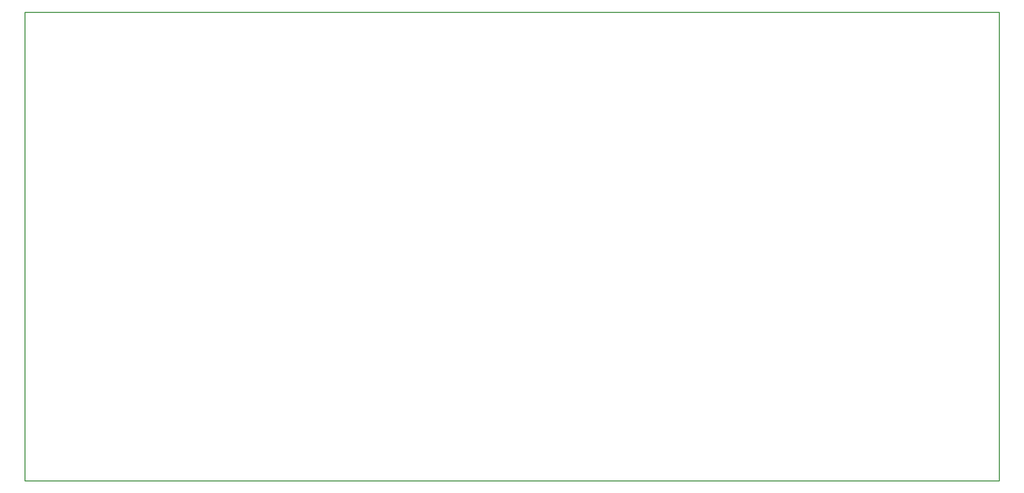
<source format=gko>
G04*
G04 #@! TF.GenerationSoftware,Altium Limited,Altium Designer,18.1.6 (161)*
G04*
G04 Layer_Color=16711935*
%FSLAX25Y25*%
%MOIN*%
G70*
G01*
G75*
%ADD13C,0.01000*%
D13*
X100000Y100000D02*
Y101500D01*
Y100000D02*
X1055000D01*
Y560000D01*
X100000D02*
X1055000D01*
X100000Y101500D02*
Y560000D01*
M02*

</source>
